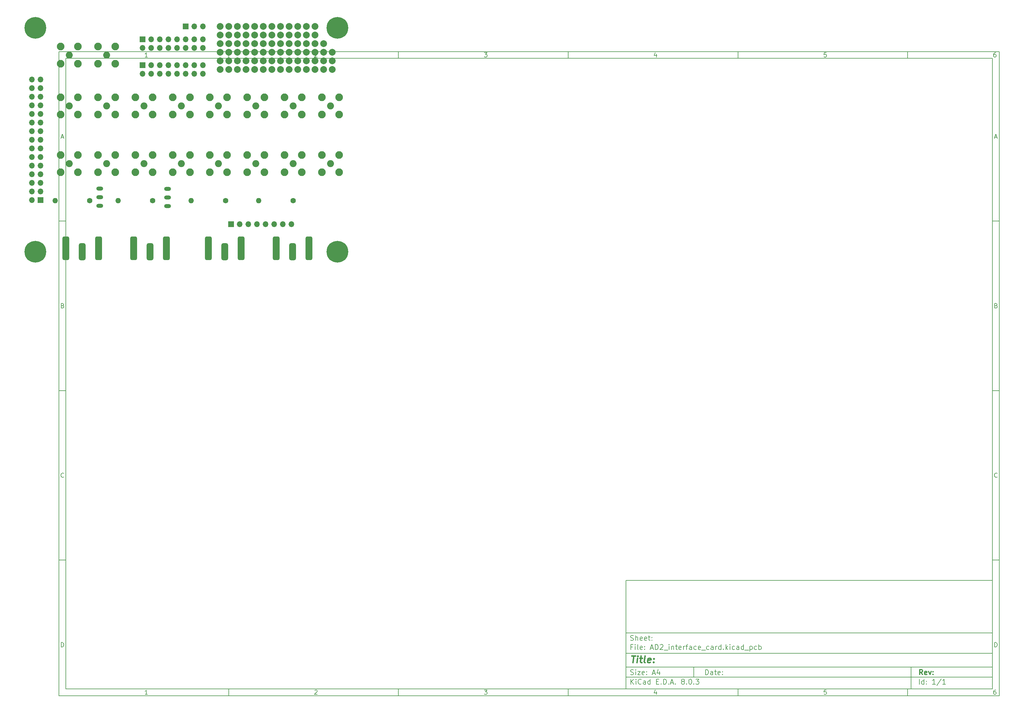
<source format=gbr>
%TF.GenerationSoftware,KiCad,Pcbnew,8.0.3*%
%TF.CreationDate,2024-12-12T12:19:01+09:00*%
%TF.ProjectId,AD2_interface_card,4144325f-696e-4746-9572-666163655f63,rev?*%
%TF.SameCoordinates,Original*%
%TF.FileFunction,Soldermask,Top*%
%TF.FilePolarity,Negative*%
%FSLAX46Y46*%
G04 Gerber Fmt 4.6, Leading zero omitted, Abs format (unit mm)*
G04 Created by KiCad (PCBNEW 8.0.3) date 2024-12-12 12:19:01*
%MOMM*%
%LPD*%
G01*
G04 APERTURE LIST*
G04 Aperture macros list*
%AMRoundRect*
0 Rectangle with rounded corners*
0 $1 Rounding radius*
0 $2 $3 $4 $5 $6 $7 $8 $9 X,Y pos of 4 corners*
0 Add a 4 corners polygon primitive as box body*
4,1,4,$2,$3,$4,$5,$6,$7,$8,$9,$2,$3,0*
0 Add four circle primitives for the rounded corners*
1,1,$1+$1,$2,$3*
1,1,$1+$1,$4,$5*
1,1,$1+$1,$6,$7*
1,1,$1+$1,$8,$9*
0 Add four rect primitives between the rounded corners*
20,1,$1+$1,$2,$3,$4,$5,0*
20,1,$1+$1,$4,$5,$6,$7,0*
20,1,$1+$1,$6,$7,$8,$9,0*
20,1,$1+$1,$8,$9,$2,$3,0*%
G04 Aperture macros list end*
%ADD10C,0.100000*%
%ADD11C,0.150000*%
%ADD12C,0.300000*%
%ADD13C,0.400000*%
%ADD14C,2.050000*%
%ADD15C,2.250000*%
%ADD16C,2.000000*%
%ADD17O,2.000000X1.200000*%
%ADD18RoundRect,0.500000X0.500000X2.000000X-0.500000X2.000000X-0.500000X-2.000000X0.500000X-2.000000X0*%
%ADD19C,0.800000*%
%ADD20RoundRect,0.500000X-0.500000X-3.000000X0.500000X-3.000000X0.500000X3.000000X-0.500000X3.000000X0*%
%ADD21C,6.400000*%
%ADD22R,1.700000X1.700000*%
%ADD23O,1.700000X1.700000*%
%ADD24C,1.600000*%
%ADD25O,1.600000X1.600000*%
G04 APERTURE END LIST*
D10*
D11*
X177002200Y-166007200D02*
X285002200Y-166007200D01*
X285002200Y-198007200D01*
X177002200Y-198007200D01*
X177002200Y-166007200D01*
D10*
D11*
X10000000Y-10000000D02*
X287002200Y-10000000D01*
X287002200Y-200007200D01*
X10000000Y-200007200D01*
X10000000Y-10000000D01*
D10*
D11*
X12000000Y-12000000D02*
X285002200Y-12000000D01*
X285002200Y-198007200D01*
X12000000Y-198007200D01*
X12000000Y-12000000D01*
D10*
D11*
X60000000Y-12000000D02*
X60000000Y-10000000D01*
D10*
D11*
X110000000Y-12000000D02*
X110000000Y-10000000D01*
D10*
D11*
X160000000Y-12000000D02*
X160000000Y-10000000D01*
D10*
D11*
X210000000Y-12000000D02*
X210000000Y-10000000D01*
D10*
D11*
X260000000Y-12000000D02*
X260000000Y-10000000D01*
D10*
D11*
X36089160Y-11593604D02*
X35346303Y-11593604D01*
X35717731Y-11593604D02*
X35717731Y-10293604D01*
X35717731Y-10293604D02*
X35593922Y-10479319D01*
X35593922Y-10479319D02*
X35470112Y-10603128D01*
X35470112Y-10603128D02*
X35346303Y-10665033D01*
D10*
D11*
X85346303Y-10417414D02*
X85408207Y-10355509D01*
X85408207Y-10355509D02*
X85532017Y-10293604D01*
X85532017Y-10293604D02*
X85841541Y-10293604D01*
X85841541Y-10293604D02*
X85965350Y-10355509D01*
X85965350Y-10355509D02*
X86027255Y-10417414D01*
X86027255Y-10417414D02*
X86089160Y-10541223D01*
X86089160Y-10541223D02*
X86089160Y-10665033D01*
X86089160Y-10665033D02*
X86027255Y-10850747D01*
X86027255Y-10850747D02*
X85284398Y-11593604D01*
X85284398Y-11593604D02*
X86089160Y-11593604D01*
D10*
D11*
X135284398Y-10293604D02*
X136089160Y-10293604D01*
X136089160Y-10293604D02*
X135655826Y-10788842D01*
X135655826Y-10788842D02*
X135841541Y-10788842D01*
X135841541Y-10788842D02*
X135965350Y-10850747D01*
X135965350Y-10850747D02*
X136027255Y-10912652D01*
X136027255Y-10912652D02*
X136089160Y-11036461D01*
X136089160Y-11036461D02*
X136089160Y-11345985D01*
X136089160Y-11345985D02*
X136027255Y-11469795D01*
X136027255Y-11469795D02*
X135965350Y-11531700D01*
X135965350Y-11531700D02*
X135841541Y-11593604D01*
X135841541Y-11593604D02*
X135470112Y-11593604D01*
X135470112Y-11593604D02*
X135346303Y-11531700D01*
X135346303Y-11531700D02*
X135284398Y-11469795D01*
D10*
D11*
X185965350Y-10726938D02*
X185965350Y-11593604D01*
X185655826Y-10231700D02*
X185346303Y-11160271D01*
X185346303Y-11160271D02*
X186151064Y-11160271D01*
D10*
D11*
X236027255Y-10293604D02*
X235408207Y-10293604D01*
X235408207Y-10293604D02*
X235346303Y-10912652D01*
X235346303Y-10912652D02*
X235408207Y-10850747D01*
X235408207Y-10850747D02*
X235532017Y-10788842D01*
X235532017Y-10788842D02*
X235841541Y-10788842D01*
X235841541Y-10788842D02*
X235965350Y-10850747D01*
X235965350Y-10850747D02*
X236027255Y-10912652D01*
X236027255Y-10912652D02*
X236089160Y-11036461D01*
X236089160Y-11036461D02*
X236089160Y-11345985D01*
X236089160Y-11345985D02*
X236027255Y-11469795D01*
X236027255Y-11469795D02*
X235965350Y-11531700D01*
X235965350Y-11531700D02*
X235841541Y-11593604D01*
X235841541Y-11593604D02*
X235532017Y-11593604D01*
X235532017Y-11593604D02*
X235408207Y-11531700D01*
X235408207Y-11531700D02*
X235346303Y-11469795D01*
D10*
D11*
X285965350Y-10293604D02*
X285717731Y-10293604D01*
X285717731Y-10293604D02*
X285593922Y-10355509D01*
X285593922Y-10355509D02*
X285532017Y-10417414D01*
X285532017Y-10417414D02*
X285408207Y-10603128D01*
X285408207Y-10603128D02*
X285346303Y-10850747D01*
X285346303Y-10850747D02*
X285346303Y-11345985D01*
X285346303Y-11345985D02*
X285408207Y-11469795D01*
X285408207Y-11469795D02*
X285470112Y-11531700D01*
X285470112Y-11531700D02*
X285593922Y-11593604D01*
X285593922Y-11593604D02*
X285841541Y-11593604D01*
X285841541Y-11593604D02*
X285965350Y-11531700D01*
X285965350Y-11531700D02*
X286027255Y-11469795D01*
X286027255Y-11469795D02*
X286089160Y-11345985D01*
X286089160Y-11345985D02*
X286089160Y-11036461D01*
X286089160Y-11036461D02*
X286027255Y-10912652D01*
X286027255Y-10912652D02*
X285965350Y-10850747D01*
X285965350Y-10850747D02*
X285841541Y-10788842D01*
X285841541Y-10788842D02*
X285593922Y-10788842D01*
X285593922Y-10788842D02*
X285470112Y-10850747D01*
X285470112Y-10850747D02*
X285408207Y-10912652D01*
X285408207Y-10912652D02*
X285346303Y-11036461D01*
D10*
D11*
X60000000Y-198007200D02*
X60000000Y-200007200D01*
D10*
D11*
X110000000Y-198007200D02*
X110000000Y-200007200D01*
D10*
D11*
X160000000Y-198007200D02*
X160000000Y-200007200D01*
D10*
D11*
X210000000Y-198007200D02*
X210000000Y-200007200D01*
D10*
D11*
X260000000Y-198007200D02*
X260000000Y-200007200D01*
D10*
D11*
X36089160Y-199600804D02*
X35346303Y-199600804D01*
X35717731Y-199600804D02*
X35717731Y-198300804D01*
X35717731Y-198300804D02*
X35593922Y-198486519D01*
X35593922Y-198486519D02*
X35470112Y-198610328D01*
X35470112Y-198610328D02*
X35346303Y-198672233D01*
D10*
D11*
X85346303Y-198424614D02*
X85408207Y-198362709D01*
X85408207Y-198362709D02*
X85532017Y-198300804D01*
X85532017Y-198300804D02*
X85841541Y-198300804D01*
X85841541Y-198300804D02*
X85965350Y-198362709D01*
X85965350Y-198362709D02*
X86027255Y-198424614D01*
X86027255Y-198424614D02*
X86089160Y-198548423D01*
X86089160Y-198548423D02*
X86089160Y-198672233D01*
X86089160Y-198672233D02*
X86027255Y-198857947D01*
X86027255Y-198857947D02*
X85284398Y-199600804D01*
X85284398Y-199600804D02*
X86089160Y-199600804D01*
D10*
D11*
X135284398Y-198300804D02*
X136089160Y-198300804D01*
X136089160Y-198300804D02*
X135655826Y-198796042D01*
X135655826Y-198796042D02*
X135841541Y-198796042D01*
X135841541Y-198796042D02*
X135965350Y-198857947D01*
X135965350Y-198857947D02*
X136027255Y-198919852D01*
X136027255Y-198919852D02*
X136089160Y-199043661D01*
X136089160Y-199043661D02*
X136089160Y-199353185D01*
X136089160Y-199353185D02*
X136027255Y-199476995D01*
X136027255Y-199476995D02*
X135965350Y-199538900D01*
X135965350Y-199538900D02*
X135841541Y-199600804D01*
X135841541Y-199600804D02*
X135470112Y-199600804D01*
X135470112Y-199600804D02*
X135346303Y-199538900D01*
X135346303Y-199538900D02*
X135284398Y-199476995D01*
D10*
D11*
X185965350Y-198734138D02*
X185965350Y-199600804D01*
X185655826Y-198238900D02*
X185346303Y-199167471D01*
X185346303Y-199167471D02*
X186151064Y-199167471D01*
D10*
D11*
X236027255Y-198300804D02*
X235408207Y-198300804D01*
X235408207Y-198300804D02*
X235346303Y-198919852D01*
X235346303Y-198919852D02*
X235408207Y-198857947D01*
X235408207Y-198857947D02*
X235532017Y-198796042D01*
X235532017Y-198796042D02*
X235841541Y-198796042D01*
X235841541Y-198796042D02*
X235965350Y-198857947D01*
X235965350Y-198857947D02*
X236027255Y-198919852D01*
X236027255Y-198919852D02*
X236089160Y-199043661D01*
X236089160Y-199043661D02*
X236089160Y-199353185D01*
X236089160Y-199353185D02*
X236027255Y-199476995D01*
X236027255Y-199476995D02*
X235965350Y-199538900D01*
X235965350Y-199538900D02*
X235841541Y-199600804D01*
X235841541Y-199600804D02*
X235532017Y-199600804D01*
X235532017Y-199600804D02*
X235408207Y-199538900D01*
X235408207Y-199538900D02*
X235346303Y-199476995D01*
D10*
D11*
X285965350Y-198300804D02*
X285717731Y-198300804D01*
X285717731Y-198300804D02*
X285593922Y-198362709D01*
X285593922Y-198362709D02*
X285532017Y-198424614D01*
X285532017Y-198424614D02*
X285408207Y-198610328D01*
X285408207Y-198610328D02*
X285346303Y-198857947D01*
X285346303Y-198857947D02*
X285346303Y-199353185D01*
X285346303Y-199353185D02*
X285408207Y-199476995D01*
X285408207Y-199476995D02*
X285470112Y-199538900D01*
X285470112Y-199538900D02*
X285593922Y-199600804D01*
X285593922Y-199600804D02*
X285841541Y-199600804D01*
X285841541Y-199600804D02*
X285965350Y-199538900D01*
X285965350Y-199538900D02*
X286027255Y-199476995D01*
X286027255Y-199476995D02*
X286089160Y-199353185D01*
X286089160Y-199353185D02*
X286089160Y-199043661D01*
X286089160Y-199043661D02*
X286027255Y-198919852D01*
X286027255Y-198919852D02*
X285965350Y-198857947D01*
X285965350Y-198857947D02*
X285841541Y-198796042D01*
X285841541Y-198796042D02*
X285593922Y-198796042D01*
X285593922Y-198796042D02*
X285470112Y-198857947D01*
X285470112Y-198857947D02*
X285408207Y-198919852D01*
X285408207Y-198919852D02*
X285346303Y-199043661D01*
D10*
D11*
X10000000Y-60000000D02*
X12000000Y-60000000D01*
D10*
D11*
X10000000Y-110000000D02*
X12000000Y-110000000D01*
D10*
D11*
X10000000Y-160000000D02*
X12000000Y-160000000D01*
D10*
D11*
X10690476Y-35222176D02*
X11309523Y-35222176D01*
X10566666Y-35593604D02*
X10999999Y-34293604D01*
X10999999Y-34293604D02*
X11433333Y-35593604D01*
D10*
D11*
X11092857Y-84912652D02*
X11278571Y-84974557D01*
X11278571Y-84974557D02*
X11340476Y-85036461D01*
X11340476Y-85036461D02*
X11402380Y-85160271D01*
X11402380Y-85160271D02*
X11402380Y-85345985D01*
X11402380Y-85345985D02*
X11340476Y-85469795D01*
X11340476Y-85469795D02*
X11278571Y-85531700D01*
X11278571Y-85531700D02*
X11154761Y-85593604D01*
X11154761Y-85593604D02*
X10659523Y-85593604D01*
X10659523Y-85593604D02*
X10659523Y-84293604D01*
X10659523Y-84293604D02*
X11092857Y-84293604D01*
X11092857Y-84293604D02*
X11216666Y-84355509D01*
X11216666Y-84355509D02*
X11278571Y-84417414D01*
X11278571Y-84417414D02*
X11340476Y-84541223D01*
X11340476Y-84541223D02*
X11340476Y-84665033D01*
X11340476Y-84665033D02*
X11278571Y-84788842D01*
X11278571Y-84788842D02*
X11216666Y-84850747D01*
X11216666Y-84850747D02*
X11092857Y-84912652D01*
X11092857Y-84912652D02*
X10659523Y-84912652D01*
D10*
D11*
X11402380Y-135469795D02*
X11340476Y-135531700D01*
X11340476Y-135531700D02*
X11154761Y-135593604D01*
X11154761Y-135593604D02*
X11030952Y-135593604D01*
X11030952Y-135593604D02*
X10845238Y-135531700D01*
X10845238Y-135531700D02*
X10721428Y-135407890D01*
X10721428Y-135407890D02*
X10659523Y-135284080D01*
X10659523Y-135284080D02*
X10597619Y-135036461D01*
X10597619Y-135036461D02*
X10597619Y-134850747D01*
X10597619Y-134850747D02*
X10659523Y-134603128D01*
X10659523Y-134603128D02*
X10721428Y-134479319D01*
X10721428Y-134479319D02*
X10845238Y-134355509D01*
X10845238Y-134355509D02*
X11030952Y-134293604D01*
X11030952Y-134293604D02*
X11154761Y-134293604D01*
X11154761Y-134293604D02*
X11340476Y-134355509D01*
X11340476Y-134355509D02*
X11402380Y-134417414D01*
D10*
D11*
X10659523Y-185593604D02*
X10659523Y-184293604D01*
X10659523Y-184293604D02*
X10969047Y-184293604D01*
X10969047Y-184293604D02*
X11154761Y-184355509D01*
X11154761Y-184355509D02*
X11278571Y-184479319D01*
X11278571Y-184479319D02*
X11340476Y-184603128D01*
X11340476Y-184603128D02*
X11402380Y-184850747D01*
X11402380Y-184850747D02*
X11402380Y-185036461D01*
X11402380Y-185036461D02*
X11340476Y-185284080D01*
X11340476Y-185284080D02*
X11278571Y-185407890D01*
X11278571Y-185407890D02*
X11154761Y-185531700D01*
X11154761Y-185531700D02*
X10969047Y-185593604D01*
X10969047Y-185593604D02*
X10659523Y-185593604D01*
D10*
D11*
X287002200Y-60000000D02*
X285002200Y-60000000D01*
D10*
D11*
X287002200Y-110000000D02*
X285002200Y-110000000D01*
D10*
D11*
X287002200Y-160000000D02*
X285002200Y-160000000D01*
D10*
D11*
X285692676Y-35222176D02*
X286311723Y-35222176D01*
X285568866Y-35593604D02*
X286002199Y-34293604D01*
X286002199Y-34293604D02*
X286435533Y-35593604D01*
D10*
D11*
X286095057Y-84912652D02*
X286280771Y-84974557D01*
X286280771Y-84974557D02*
X286342676Y-85036461D01*
X286342676Y-85036461D02*
X286404580Y-85160271D01*
X286404580Y-85160271D02*
X286404580Y-85345985D01*
X286404580Y-85345985D02*
X286342676Y-85469795D01*
X286342676Y-85469795D02*
X286280771Y-85531700D01*
X286280771Y-85531700D02*
X286156961Y-85593604D01*
X286156961Y-85593604D02*
X285661723Y-85593604D01*
X285661723Y-85593604D02*
X285661723Y-84293604D01*
X285661723Y-84293604D02*
X286095057Y-84293604D01*
X286095057Y-84293604D02*
X286218866Y-84355509D01*
X286218866Y-84355509D02*
X286280771Y-84417414D01*
X286280771Y-84417414D02*
X286342676Y-84541223D01*
X286342676Y-84541223D02*
X286342676Y-84665033D01*
X286342676Y-84665033D02*
X286280771Y-84788842D01*
X286280771Y-84788842D02*
X286218866Y-84850747D01*
X286218866Y-84850747D02*
X286095057Y-84912652D01*
X286095057Y-84912652D02*
X285661723Y-84912652D01*
D10*
D11*
X286404580Y-135469795D02*
X286342676Y-135531700D01*
X286342676Y-135531700D02*
X286156961Y-135593604D01*
X286156961Y-135593604D02*
X286033152Y-135593604D01*
X286033152Y-135593604D02*
X285847438Y-135531700D01*
X285847438Y-135531700D02*
X285723628Y-135407890D01*
X285723628Y-135407890D02*
X285661723Y-135284080D01*
X285661723Y-135284080D02*
X285599819Y-135036461D01*
X285599819Y-135036461D02*
X285599819Y-134850747D01*
X285599819Y-134850747D02*
X285661723Y-134603128D01*
X285661723Y-134603128D02*
X285723628Y-134479319D01*
X285723628Y-134479319D02*
X285847438Y-134355509D01*
X285847438Y-134355509D02*
X286033152Y-134293604D01*
X286033152Y-134293604D02*
X286156961Y-134293604D01*
X286156961Y-134293604D02*
X286342676Y-134355509D01*
X286342676Y-134355509D02*
X286404580Y-134417414D01*
D10*
D11*
X285661723Y-185593604D02*
X285661723Y-184293604D01*
X285661723Y-184293604D02*
X285971247Y-184293604D01*
X285971247Y-184293604D02*
X286156961Y-184355509D01*
X286156961Y-184355509D02*
X286280771Y-184479319D01*
X286280771Y-184479319D02*
X286342676Y-184603128D01*
X286342676Y-184603128D02*
X286404580Y-184850747D01*
X286404580Y-184850747D02*
X286404580Y-185036461D01*
X286404580Y-185036461D02*
X286342676Y-185284080D01*
X286342676Y-185284080D02*
X286280771Y-185407890D01*
X286280771Y-185407890D02*
X286156961Y-185531700D01*
X286156961Y-185531700D02*
X285971247Y-185593604D01*
X285971247Y-185593604D02*
X285661723Y-185593604D01*
D10*
D11*
X200458026Y-193793328D02*
X200458026Y-192293328D01*
X200458026Y-192293328D02*
X200815169Y-192293328D01*
X200815169Y-192293328D02*
X201029455Y-192364757D01*
X201029455Y-192364757D02*
X201172312Y-192507614D01*
X201172312Y-192507614D02*
X201243741Y-192650471D01*
X201243741Y-192650471D02*
X201315169Y-192936185D01*
X201315169Y-192936185D02*
X201315169Y-193150471D01*
X201315169Y-193150471D02*
X201243741Y-193436185D01*
X201243741Y-193436185D02*
X201172312Y-193579042D01*
X201172312Y-193579042D02*
X201029455Y-193721900D01*
X201029455Y-193721900D02*
X200815169Y-193793328D01*
X200815169Y-193793328D02*
X200458026Y-193793328D01*
X202600884Y-193793328D02*
X202600884Y-193007614D01*
X202600884Y-193007614D02*
X202529455Y-192864757D01*
X202529455Y-192864757D02*
X202386598Y-192793328D01*
X202386598Y-192793328D02*
X202100884Y-192793328D01*
X202100884Y-192793328D02*
X201958026Y-192864757D01*
X202600884Y-193721900D02*
X202458026Y-193793328D01*
X202458026Y-193793328D02*
X202100884Y-193793328D01*
X202100884Y-193793328D02*
X201958026Y-193721900D01*
X201958026Y-193721900D02*
X201886598Y-193579042D01*
X201886598Y-193579042D02*
X201886598Y-193436185D01*
X201886598Y-193436185D02*
X201958026Y-193293328D01*
X201958026Y-193293328D02*
X202100884Y-193221900D01*
X202100884Y-193221900D02*
X202458026Y-193221900D01*
X202458026Y-193221900D02*
X202600884Y-193150471D01*
X203100884Y-192793328D02*
X203672312Y-192793328D01*
X203315169Y-192293328D02*
X203315169Y-193579042D01*
X203315169Y-193579042D02*
X203386598Y-193721900D01*
X203386598Y-193721900D02*
X203529455Y-193793328D01*
X203529455Y-193793328D02*
X203672312Y-193793328D01*
X204743741Y-193721900D02*
X204600884Y-193793328D01*
X204600884Y-193793328D02*
X204315170Y-193793328D01*
X204315170Y-193793328D02*
X204172312Y-193721900D01*
X204172312Y-193721900D02*
X204100884Y-193579042D01*
X204100884Y-193579042D02*
X204100884Y-193007614D01*
X204100884Y-193007614D02*
X204172312Y-192864757D01*
X204172312Y-192864757D02*
X204315170Y-192793328D01*
X204315170Y-192793328D02*
X204600884Y-192793328D01*
X204600884Y-192793328D02*
X204743741Y-192864757D01*
X204743741Y-192864757D02*
X204815170Y-193007614D01*
X204815170Y-193007614D02*
X204815170Y-193150471D01*
X204815170Y-193150471D02*
X204100884Y-193293328D01*
X205458026Y-193650471D02*
X205529455Y-193721900D01*
X205529455Y-193721900D02*
X205458026Y-193793328D01*
X205458026Y-193793328D02*
X205386598Y-193721900D01*
X205386598Y-193721900D02*
X205458026Y-193650471D01*
X205458026Y-193650471D02*
X205458026Y-193793328D01*
X205458026Y-192864757D02*
X205529455Y-192936185D01*
X205529455Y-192936185D02*
X205458026Y-193007614D01*
X205458026Y-193007614D02*
X205386598Y-192936185D01*
X205386598Y-192936185D02*
X205458026Y-192864757D01*
X205458026Y-192864757D02*
X205458026Y-193007614D01*
D10*
D11*
X177002200Y-194507200D02*
X285002200Y-194507200D01*
D10*
D11*
X178458026Y-196593328D02*
X178458026Y-195093328D01*
X179315169Y-196593328D02*
X178672312Y-195736185D01*
X179315169Y-195093328D02*
X178458026Y-195950471D01*
X179958026Y-196593328D02*
X179958026Y-195593328D01*
X179958026Y-195093328D02*
X179886598Y-195164757D01*
X179886598Y-195164757D02*
X179958026Y-195236185D01*
X179958026Y-195236185D02*
X180029455Y-195164757D01*
X180029455Y-195164757D02*
X179958026Y-195093328D01*
X179958026Y-195093328D02*
X179958026Y-195236185D01*
X181529455Y-196450471D02*
X181458027Y-196521900D01*
X181458027Y-196521900D02*
X181243741Y-196593328D01*
X181243741Y-196593328D02*
X181100884Y-196593328D01*
X181100884Y-196593328D02*
X180886598Y-196521900D01*
X180886598Y-196521900D02*
X180743741Y-196379042D01*
X180743741Y-196379042D02*
X180672312Y-196236185D01*
X180672312Y-196236185D02*
X180600884Y-195950471D01*
X180600884Y-195950471D02*
X180600884Y-195736185D01*
X180600884Y-195736185D02*
X180672312Y-195450471D01*
X180672312Y-195450471D02*
X180743741Y-195307614D01*
X180743741Y-195307614D02*
X180886598Y-195164757D01*
X180886598Y-195164757D02*
X181100884Y-195093328D01*
X181100884Y-195093328D02*
X181243741Y-195093328D01*
X181243741Y-195093328D02*
X181458027Y-195164757D01*
X181458027Y-195164757D02*
X181529455Y-195236185D01*
X182815170Y-196593328D02*
X182815170Y-195807614D01*
X182815170Y-195807614D02*
X182743741Y-195664757D01*
X182743741Y-195664757D02*
X182600884Y-195593328D01*
X182600884Y-195593328D02*
X182315170Y-195593328D01*
X182315170Y-195593328D02*
X182172312Y-195664757D01*
X182815170Y-196521900D02*
X182672312Y-196593328D01*
X182672312Y-196593328D02*
X182315170Y-196593328D01*
X182315170Y-196593328D02*
X182172312Y-196521900D01*
X182172312Y-196521900D02*
X182100884Y-196379042D01*
X182100884Y-196379042D02*
X182100884Y-196236185D01*
X182100884Y-196236185D02*
X182172312Y-196093328D01*
X182172312Y-196093328D02*
X182315170Y-196021900D01*
X182315170Y-196021900D02*
X182672312Y-196021900D01*
X182672312Y-196021900D02*
X182815170Y-195950471D01*
X184172313Y-196593328D02*
X184172313Y-195093328D01*
X184172313Y-196521900D02*
X184029455Y-196593328D01*
X184029455Y-196593328D02*
X183743741Y-196593328D01*
X183743741Y-196593328D02*
X183600884Y-196521900D01*
X183600884Y-196521900D02*
X183529455Y-196450471D01*
X183529455Y-196450471D02*
X183458027Y-196307614D01*
X183458027Y-196307614D02*
X183458027Y-195879042D01*
X183458027Y-195879042D02*
X183529455Y-195736185D01*
X183529455Y-195736185D02*
X183600884Y-195664757D01*
X183600884Y-195664757D02*
X183743741Y-195593328D01*
X183743741Y-195593328D02*
X184029455Y-195593328D01*
X184029455Y-195593328D02*
X184172313Y-195664757D01*
X186029455Y-195807614D02*
X186529455Y-195807614D01*
X186743741Y-196593328D02*
X186029455Y-196593328D01*
X186029455Y-196593328D02*
X186029455Y-195093328D01*
X186029455Y-195093328D02*
X186743741Y-195093328D01*
X187386598Y-196450471D02*
X187458027Y-196521900D01*
X187458027Y-196521900D02*
X187386598Y-196593328D01*
X187386598Y-196593328D02*
X187315170Y-196521900D01*
X187315170Y-196521900D02*
X187386598Y-196450471D01*
X187386598Y-196450471D02*
X187386598Y-196593328D01*
X188100884Y-196593328D02*
X188100884Y-195093328D01*
X188100884Y-195093328D02*
X188458027Y-195093328D01*
X188458027Y-195093328D02*
X188672313Y-195164757D01*
X188672313Y-195164757D02*
X188815170Y-195307614D01*
X188815170Y-195307614D02*
X188886599Y-195450471D01*
X188886599Y-195450471D02*
X188958027Y-195736185D01*
X188958027Y-195736185D02*
X188958027Y-195950471D01*
X188958027Y-195950471D02*
X188886599Y-196236185D01*
X188886599Y-196236185D02*
X188815170Y-196379042D01*
X188815170Y-196379042D02*
X188672313Y-196521900D01*
X188672313Y-196521900D02*
X188458027Y-196593328D01*
X188458027Y-196593328D02*
X188100884Y-196593328D01*
X189600884Y-196450471D02*
X189672313Y-196521900D01*
X189672313Y-196521900D02*
X189600884Y-196593328D01*
X189600884Y-196593328D02*
X189529456Y-196521900D01*
X189529456Y-196521900D02*
X189600884Y-196450471D01*
X189600884Y-196450471D02*
X189600884Y-196593328D01*
X190243742Y-196164757D02*
X190958028Y-196164757D01*
X190100885Y-196593328D02*
X190600885Y-195093328D01*
X190600885Y-195093328D02*
X191100885Y-196593328D01*
X191600884Y-196450471D02*
X191672313Y-196521900D01*
X191672313Y-196521900D02*
X191600884Y-196593328D01*
X191600884Y-196593328D02*
X191529456Y-196521900D01*
X191529456Y-196521900D02*
X191600884Y-196450471D01*
X191600884Y-196450471D02*
X191600884Y-196593328D01*
X193672313Y-195736185D02*
X193529456Y-195664757D01*
X193529456Y-195664757D02*
X193458027Y-195593328D01*
X193458027Y-195593328D02*
X193386599Y-195450471D01*
X193386599Y-195450471D02*
X193386599Y-195379042D01*
X193386599Y-195379042D02*
X193458027Y-195236185D01*
X193458027Y-195236185D02*
X193529456Y-195164757D01*
X193529456Y-195164757D02*
X193672313Y-195093328D01*
X193672313Y-195093328D02*
X193958027Y-195093328D01*
X193958027Y-195093328D02*
X194100885Y-195164757D01*
X194100885Y-195164757D02*
X194172313Y-195236185D01*
X194172313Y-195236185D02*
X194243742Y-195379042D01*
X194243742Y-195379042D02*
X194243742Y-195450471D01*
X194243742Y-195450471D02*
X194172313Y-195593328D01*
X194172313Y-195593328D02*
X194100885Y-195664757D01*
X194100885Y-195664757D02*
X193958027Y-195736185D01*
X193958027Y-195736185D02*
X193672313Y-195736185D01*
X193672313Y-195736185D02*
X193529456Y-195807614D01*
X193529456Y-195807614D02*
X193458027Y-195879042D01*
X193458027Y-195879042D02*
X193386599Y-196021900D01*
X193386599Y-196021900D02*
X193386599Y-196307614D01*
X193386599Y-196307614D02*
X193458027Y-196450471D01*
X193458027Y-196450471D02*
X193529456Y-196521900D01*
X193529456Y-196521900D02*
X193672313Y-196593328D01*
X193672313Y-196593328D02*
X193958027Y-196593328D01*
X193958027Y-196593328D02*
X194100885Y-196521900D01*
X194100885Y-196521900D02*
X194172313Y-196450471D01*
X194172313Y-196450471D02*
X194243742Y-196307614D01*
X194243742Y-196307614D02*
X194243742Y-196021900D01*
X194243742Y-196021900D02*
X194172313Y-195879042D01*
X194172313Y-195879042D02*
X194100885Y-195807614D01*
X194100885Y-195807614D02*
X193958027Y-195736185D01*
X194886598Y-196450471D02*
X194958027Y-196521900D01*
X194958027Y-196521900D02*
X194886598Y-196593328D01*
X194886598Y-196593328D02*
X194815170Y-196521900D01*
X194815170Y-196521900D02*
X194886598Y-196450471D01*
X194886598Y-196450471D02*
X194886598Y-196593328D01*
X195886599Y-195093328D02*
X196029456Y-195093328D01*
X196029456Y-195093328D02*
X196172313Y-195164757D01*
X196172313Y-195164757D02*
X196243742Y-195236185D01*
X196243742Y-195236185D02*
X196315170Y-195379042D01*
X196315170Y-195379042D02*
X196386599Y-195664757D01*
X196386599Y-195664757D02*
X196386599Y-196021900D01*
X196386599Y-196021900D02*
X196315170Y-196307614D01*
X196315170Y-196307614D02*
X196243742Y-196450471D01*
X196243742Y-196450471D02*
X196172313Y-196521900D01*
X196172313Y-196521900D02*
X196029456Y-196593328D01*
X196029456Y-196593328D02*
X195886599Y-196593328D01*
X195886599Y-196593328D02*
X195743742Y-196521900D01*
X195743742Y-196521900D02*
X195672313Y-196450471D01*
X195672313Y-196450471D02*
X195600884Y-196307614D01*
X195600884Y-196307614D02*
X195529456Y-196021900D01*
X195529456Y-196021900D02*
X195529456Y-195664757D01*
X195529456Y-195664757D02*
X195600884Y-195379042D01*
X195600884Y-195379042D02*
X195672313Y-195236185D01*
X195672313Y-195236185D02*
X195743742Y-195164757D01*
X195743742Y-195164757D02*
X195886599Y-195093328D01*
X197029455Y-196450471D02*
X197100884Y-196521900D01*
X197100884Y-196521900D02*
X197029455Y-196593328D01*
X197029455Y-196593328D02*
X196958027Y-196521900D01*
X196958027Y-196521900D02*
X197029455Y-196450471D01*
X197029455Y-196450471D02*
X197029455Y-196593328D01*
X197600884Y-195093328D02*
X198529456Y-195093328D01*
X198529456Y-195093328D02*
X198029456Y-195664757D01*
X198029456Y-195664757D02*
X198243741Y-195664757D01*
X198243741Y-195664757D02*
X198386599Y-195736185D01*
X198386599Y-195736185D02*
X198458027Y-195807614D01*
X198458027Y-195807614D02*
X198529456Y-195950471D01*
X198529456Y-195950471D02*
X198529456Y-196307614D01*
X198529456Y-196307614D02*
X198458027Y-196450471D01*
X198458027Y-196450471D02*
X198386599Y-196521900D01*
X198386599Y-196521900D02*
X198243741Y-196593328D01*
X198243741Y-196593328D02*
X197815170Y-196593328D01*
X197815170Y-196593328D02*
X197672313Y-196521900D01*
X197672313Y-196521900D02*
X197600884Y-196450471D01*
D10*
D11*
X177002200Y-191507200D02*
X285002200Y-191507200D01*
D10*
D12*
X264413853Y-193785528D02*
X263913853Y-193071242D01*
X263556710Y-193785528D02*
X263556710Y-192285528D01*
X263556710Y-192285528D02*
X264128139Y-192285528D01*
X264128139Y-192285528D02*
X264270996Y-192356957D01*
X264270996Y-192356957D02*
X264342425Y-192428385D01*
X264342425Y-192428385D02*
X264413853Y-192571242D01*
X264413853Y-192571242D02*
X264413853Y-192785528D01*
X264413853Y-192785528D02*
X264342425Y-192928385D01*
X264342425Y-192928385D02*
X264270996Y-192999814D01*
X264270996Y-192999814D02*
X264128139Y-193071242D01*
X264128139Y-193071242D02*
X263556710Y-193071242D01*
X265628139Y-193714100D02*
X265485282Y-193785528D01*
X265485282Y-193785528D02*
X265199568Y-193785528D01*
X265199568Y-193785528D02*
X265056710Y-193714100D01*
X265056710Y-193714100D02*
X264985282Y-193571242D01*
X264985282Y-193571242D02*
X264985282Y-192999814D01*
X264985282Y-192999814D02*
X265056710Y-192856957D01*
X265056710Y-192856957D02*
X265199568Y-192785528D01*
X265199568Y-192785528D02*
X265485282Y-192785528D01*
X265485282Y-192785528D02*
X265628139Y-192856957D01*
X265628139Y-192856957D02*
X265699568Y-192999814D01*
X265699568Y-192999814D02*
X265699568Y-193142671D01*
X265699568Y-193142671D02*
X264985282Y-193285528D01*
X266199567Y-192785528D02*
X266556710Y-193785528D01*
X266556710Y-193785528D02*
X266913853Y-192785528D01*
X267485281Y-193642671D02*
X267556710Y-193714100D01*
X267556710Y-193714100D02*
X267485281Y-193785528D01*
X267485281Y-193785528D02*
X267413853Y-193714100D01*
X267413853Y-193714100D02*
X267485281Y-193642671D01*
X267485281Y-193642671D02*
X267485281Y-193785528D01*
X267485281Y-192856957D02*
X267556710Y-192928385D01*
X267556710Y-192928385D02*
X267485281Y-192999814D01*
X267485281Y-192999814D02*
X267413853Y-192928385D01*
X267413853Y-192928385D02*
X267485281Y-192856957D01*
X267485281Y-192856957D02*
X267485281Y-192999814D01*
D10*
D11*
X178386598Y-193721900D02*
X178600884Y-193793328D01*
X178600884Y-193793328D02*
X178958026Y-193793328D01*
X178958026Y-193793328D02*
X179100884Y-193721900D01*
X179100884Y-193721900D02*
X179172312Y-193650471D01*
X179172312Y-193650471D02*
X179243741Y-193507614D01*
X179243741Y-193507614D02*
X179243741Y-193364757D01*
X179243741Y-193364757D02*
X179172312Y-193221900D01*
X179172312Y-193221900D02*
X179100884Y-193150471D01*
X179100884Y-193150471D02*
X178958026Y-193079042D01*
X178958026Y-193079042D02*
X178672312Y-193007614D01*
X178672312Y-193007614D02*
X178529455Y-192936185D01*
X178529455Y-192936185D02*
X178458026Y-192864757D01*
X178458026Y-192864757D02*
X178386598Y-192721900D01*
X178386598Y-192721900D02*
X178386598Y-192579042D01*
X178386598Y-192579042D02*
X178458026Y-192436185D01*
X178458026Y-192436185D02*
X178529455Y-192364757D01*
X178529455Y-192364757D02*
X178672312Y-192293328D01*
X178672312Y-192293328D02*
X179029455Y-192293328D01*
X179029455Y-192293328D02*
X179243741Y-192364757D01*
X179886597Y-193793328D02*
X179886597Y-192793328D01*
X179886597Y-192293328D02*
X179815169Y-192364757D01*
X179815169Y-192364757D02*
X179886597Y-192436185D01*
X179886597Y-192436185D02*
X179958026Y-192364757D01*
X179958026Y-192364757D02*
X179886597Y-192293328D01*
X179886597Y-192293328D02*
X179886597Y-192436185D01*
X180458026Y-192793328D02*
X181243741Y-192793328D01*
X181243741Y-192793328D02*
X180458026Y-193793328D01*
X180458026Y-193793328D02*
X181243741Y-193793328D01*
X182386598Y-193721900D02*
X182243741Y-193793328D01*
X182243741Y-193793328D02*
X181958027Y-193793328D01*
X181958027Y-193793328D02*
X181815169Y-193721900D01*
X181815169Y-193721900D02*
X181743741Y-193579042D01*
X181743741Y-193579042D02*
X181743741Y-193007614D01*
X181743741Y-193007614D02*
X181815169Y-192864757D01*
X181815169Y-192864757D02*
X181958027Y-192793328D01*
X181958027Y-192793328D02*
X182243741Y-192793328D01*
X182243741Y-192793328D02*
X182386598Y-192864757D01*
X182386598Y-192864757D02*
X182458027Y-193007614D01*
X182458027Y-193007614D02*
X182458027Y-193150471D01*
X182458027Y-193150471D02*
X181743741Y-193293328D01*
X183100883Y-193650471D02*
X183172312Y-193721900D01*
X183172312Y-193721900D02*
X183100883Y-193793328D01*
X183100883Y-193793328D02*
X183029455Y-193721900D01*
X183029455Y-193721900D02*
X183100883Y-193650471D01*
X183100883Y-193650471D02*
X183100883Y-193793328D01*
X183100883Y-192864757D02*
X183172312Y-192936185D01*
X183172312Y-192936185D02*
X183100883Y-193007614D01*
X183100883Y-193007614D02*
X183029455Y-192936185D01*
X183029455Y-192936185D02*
X183100883Y-192864757D01*
X183100883Y-192864757D02*
X183100883Y-193007614D01*
X184886598Y-193364757D02*
X185600884Y-193364757D01*
X184743741Y-193793328D02*
X185243741Y-192293328D01*
X185243741Y-192293328D02*
X185743741Y-193793328D01*
X186886598Y-192793328D02*
X186886598Y-193793328D01*
X186529455Y-192221900D02*
X186172312Y-193293328D01*
X186172312Y-193293328D02*
X187100883Y-193293328D01*
D10*
D11*
X263458026Y-196593328D02*
X263458026Y-195093328D01*
X264815170Y-196593328D02*
X264815170Y-195093328D01*
X264815170Y-196521900D02*
X264672312Y-196593328D01*
X264672312Y-196593328D02*
X264386598Y-196593328D01*
X264386598Y-196593328D02*
X264243741Y-196521900D01*
X264243741Y-196521900D02*
X264172312Y-196450471D01*
X264172312Y-196450471D02*
X264100884Y-196307614D01*
X264100884Y-196307614D02*
X264100884Y-195879042D01*
X264100884Y-195879042D02*
X264172312Y-195736185D01*
X264172312Y-195736185D02*
X264243741Y-195664757D01*
X264243741Y-195664757D02*
X264386598Y-195593328D01*
X264386598Y-195593328D02*
X264672312Y-195593328D01*
X264672312Y-195593328D02*
X264815170Y-195664757D01*
X265529455Y-196450471D02*
X265600884Y-196521900D01*
X265600884Y-196521900D02*
X265529455Y-196593328D01*
X265529455Y-196593328D02*
X265458027Y-196521900D01*
X265458027Y-196521900D02*
X265529455Y-196450471D01*
X265529455Y-196450471D02*
X265529455Y-196593328D01*
X265529455Y-195664757D02*
X265600884Y-195736185D01*
X265600884Y-195736185D02*
X265529455Y-195807614D01*
X265529455Y-195807614D02*
X265458027Y-195736185D01*
X265458027Y-195736185D02*
X265529455Y-195664757D01*
X265529455Y-195664757D02*
X265529455Y-195807614D01*
X268172313Y-196593328D02*
X267315170Y-196593328D01*
X267743741Y-196593328D02*
X267743741Y-195093328D01*
X267743741Y-195093328D02*
X267600884Y-195307614D01*
X267600884Y-195307614D02*
X267458027Y-195450471D01*
X267458027Y-195450471D02*
X267315170Y-195521900D01*
X269886598Y-195021900D02*
X268600884Y-196950471D01*
X271172313Y-196593328D02*
X270315170Y-196593328D01*
X270743741Y-196593328D02*
X270743741Y-195093328D01*
X270743741Y-195093328D02*
X270600884Y-195307614D01*
X270600884Y-195307614D02*
X270458027Y-195450471D01*
X270458027Y-195450471D02*
X270315170Y-195521900D01*
D10*
D11*
X177002200Y-187507200D02*
X285002200Y-187507200D01*
D10*
D13*
X178693928Y-188211638D02*
X179836785Y-188211638D01*
X179015357Y-190211638D02*
X179265357Y-188211638D01*
X180253452Y-190211638D02*
X180420119Y-188878304D01*
X180503452Y-188211638D02*
X180396309Y-188306876D01*
X180396309Y-188306876D02*
X180479643Y-188402114D01*
X180479643Y-188402114D02*
X180586786Y-188306876D01*
X180586786Y-188306876D02*
X180503452Y-188211638D01*
X180503452Y-188211638D02*
X180479643Y-188402114D01*
X181086786Y-188878304D02*
X181848690Y-188878304D01*
X181455833Y-188211638D02*
X181241548Y-189925923D01*
X181241548Y-189925923D02*
X181312976Y-190116400D01*
X181312976Y-190116400D02*
X181491548Y-190211638D01*
X181491548Y-190211638D02*
X181682024Y-190211638D01*
X182634405Y-190211638D02*
X182455833Y-190116400D01*
X182455833Y-190116400D02*
X182384405Y-189925923D01*
X182384405Y-189925923D02*
X182598690Y-188211638D01*
X184170119Y-190116400D02*
X183967738Y-190211638D01*
X183967738Y-190211638D02*
X183586785Y-190211638D01*
X183586785Y-190211638D02*
X183408214Y-190116400D01*
X183408214Y-190116400D02*
X183336785Y-189925923D01*
X183336785Y-189925923D02*
X183432024Y-189164019D01*
X183432024Y-189164019D02*
X183551071Y-188973542D01*
X183551071Y-188973542D02*
X183753452Y-188878304D01*
X183753452Y-188878304D02*
X184134404Y-188878304D01*
X184134404Y-188878304D02*
X184312976Y-188973542D01*
X184312976Y-188973542D02*
X184384404Y-189164019D01*
X184384404Y-189164019D02*
X184360595Y-189354495D01*
X184360595Y-189354495D02*
X183384404Y-189544971D01*
X185134405Y-190021161D02*
X185217738Y-190116400D01*
X185217738Y-190116400D02*
X185110595Y-190211638D01*
X185110595Y-190211638D02*
X185027262Y-190116400D01*
X185027262Y-190116400D02*
X185134405Y-190021161D01*
X185134405Y-190021161D02*
X185110595Y-190211638D01*
X185265357Y-188973542D02*
X185348690Y-189068780D01*
X185348690Y-189068780D02*
X185241548Y-189164019D01*
X185241548Y-189164019D02*
X185158214Y-189068780D01*
X185158214Y-189068780D02*
X185265357Y-188973542D01*
X185265357Y-188973542D02*
X185241548Y-189164019D01*
D10*
D11*
X178958026Y-185607614D02*
X178458026Y-185607614D01*
X178458026Y-186393328D02*
X178458026Y-184893328D01*
X178458026Y-184893328D02*
X179172312Y-184893328D01*
X179743740Y-186393328D02*
X179743740Y-185393328D01*
X179743740Y-184893328D02*
X179672312Y-184964757D01*
X179672312Y-184964757D02*
X179743740Y-185036185D01*
X179743740Y-185036185D02*
X179815169Y-184964757D01*
X179815169Y-184964757D02*
X179743740Y-184893328D01*
X179743740Y-184893328D02*
X179743740Y-185036185D01*
X180672312Y-186393328D02*
X180529455Y-186321900D01*
X180529455Y-186321900D02*
X180458026Y-186179042D01*
X180458026Y-186179042D02*
X180458026Y-184893328D01*
X181815169Y-186321900D02*
X181672312Y-186393328D01*
X181672312Y-186393328D02*
X181386598Y-186393328D01*
X181386598Y-186393328D02*
X181243740Y-186321900D01*
X181243740Y-186321900D02*
X181172312Y-186179042D01*
X181172312Y-186179042D02*
X181172312Y-185607614D01*
X181172312Y-185607614D02*
X181243740Y-185464757D01*
X181243740Y-185464757D02*
X181386598Y-185393328D01*
X181386598Y-185393328D02*
X181672312Y-185393328D01*
X181672312Y-185393328D02*
X181815169Y-185464757D01*
X181815169Y-185464757D02*
X181886598Y-185607614D01*
X181886598Y-185607614D02*
X181886598Y-185750471D01*
X181886598Y-185750471D02*
X181172312Y-185893328D01*
X182529454Y-186250471D02*
X182600883Y-186321900D01*
X182600883Y-186321900D02*
X182529454Y-186393328D01*
X182529454Y-186393328D02*
X182458026Y-186321900D01*
X182458026Y-186321900D02*
X182529454Y-186250471D01*
X182529454Y-186250471D02*
X182529454Y-186393328D01*
X182529454Y-185464757D02*
X182600883Y-185536185D01*
X182600883Y-185536185D02*
X182529454Y-185607614D01*
X182529454Y-185607614D02*
X182458026Y-185536185D01*
X182458026Y-185536185D02*
X182529454Y-185464757D01*
X182529454Y-185464757D02*
X182529454Y-185607614D01*
X184315169Y-185964757D02*
X185029455Y-185964757D01*
X184172312Y-186393328D02*
X184672312Y-184893328D01*
X184672312Y-184893328D02*
X185172312Y-186393328D01*
X185672311Y-186393328D02*
X185672311Y-184893328D01*
X185672311Y-184893328D02*
X186029454Y-184893328D01*
X186029454Y-184893328D02*
X186243740Y-184964757D01*
X186243740Y-184964757D02*
X186386597Y-185107614D01*
X186386597Y-185107614D02*
X186458026Y-185250471D01*
X186458026Y-185250471D02*
X186529454Y-185536185D01*
X186529454Y-185536185D02*
X186529454Y-185750471D01*
X186529454Y-185750471D02*
X186458026Y-186036185D01*
X186458026Y-186036185D02*
X186386597Y-186179042D01*
X186386597Y-186179042D02*
X186243740Y-186321900D01*
X186243740Y-186321900D02*
X186029454Y-186393328D01*
X186029454Y-186393328D02*
X185672311Y-186393328D01*
X187100883Y-185036185D02*
X187172311Y-184964757D01*
X187172311Y-184964757D02*
X187315169Y-184893328D01*
X187315169Y-184893328D02*
X187672311Y-184893328D01*
X187672311Y-184893328D02*
X187815169Y-184964757D01*
X187815169Y-184964757D02*
X187886597Y-185036185D01*
X187886597Y-185036185D02*
X187958026Y-185179042D01*
X187958026Y-185179042D02*
X187958026Y-185321900D01*
X187958026Y-185321900D02*
X187886597Y-185536185D01*
X187886597Y-185536185D02*
X187029454Y-186393328D01*
X187029454Y-186393328D02*
X187958026Y-186393328D01*
X188243740Y-186536185D02*
X189386597Y-186536185D01*
X189743739Y-186393328D02*
X189743739Y-185393328D01*
X189743739Y-184893328D02*
X189672311Y-184964757D01*
X189672311Y-184964757D02*
X189743739Y-185036185D01*
X189743739Y-185036185D02*
X189815168Y-184964757D01*
X189815168Y-184964757D02*
X189743739Y-184893328D01*
X189743739Y-184893328D02*
X189743739Y-185036185D01*
X190458025Y-185393328D02*
X190458025Y-186393328D01*
X190458025Y-185536185D02*
X190529454Y-185464757D01*
X190529454Y-185464757D02*
X190672311Y-185393328D01*
X190672311Y-185393328D02*
X190886597Y-185393328D01*
X190886597Y-185393328D02*
X191029454Y-185464757D01*
X191029454Y-185464757D02*
X191100883Y-185607614D01*
X191100883Y-185607614D02*
X191100883Y-186393328D01*
X191600883Y-185393328D02*
X192172311Y-185393328D01*
X191815168Y-184893328D02*
X191815168Y-186179042D01*
X191815168Y-186179042D02*
X191886597Y-186321900D01*
X191886597Y-186321900D02*
X192029454Y-186393328D01*
X192029454Y-186393328D02*
X192172311Y-186393328D01*
X193243740Y-186321900D02*
X193100883Y-186393328D01*
X193100883Y-186393328D02*
X192815169Y-186393328D01*
X192815169Y-186393328D02*
X192672311Y-186321900D01*
X192672311Y-186321900D02*
X192600883Y-186179042D01*
X192600883Y-186179042D02*
X192600883Y-185607614D01*
X192600883Y-185607614D02*
X192672311Y-185464757D01*
X192672311Y-185464757D02*
X192815169Y-185393328D01*
X192815169Y-185393328D02*
X193100883Y-185393328D01*
X193100883Y-185393328D02*
X193243740Y-185464757D01*
X193243740Y-185464757D02*
X193315169Y-185607614D01*
X193315169Y-185607614D02*
X193315169Y-185750471D01*
X193315169Y-185750471D02*
X192600883Y-185893328D01*
X193958025Y-186393328D02*
X193958025Y-185393328D01*
X193958025Y-185679042D02*
X194029454Y-185536185D01*
X194029454Y-185536185D02*
X194100883Y-185464757D01*
X194100883Y-185464757D02*
X194243740Y-185393328D01*
X194243740Y-185393328D02*
X194386597Y-185393328D01*
X194672311Y-185393328D02*
X195243739Y-185393328D01*
X194886596Y-186393328D02*
X194886596Y-185107614D01*
X194886596Y-185107614D02*
X194958025Y-184964757D01*
X194958025Y-184964757D02*
X195100882Y-184893328D01*
X195100882Y-184893328D02*
X195243739Y-184893328D01*
X196386597Y-186393328D02*
X196386597Y-185607614D01*
X196386597Y-185607614D02*
X196315168Y-185464757D01*
X196315168Y-185464757D02*
X196172311Y-185393328D01*
X196172311Y-185393328D02*
X195886597Y-185393328D01*
X195886597Y-185393328D02*
X195743739Y-185464757D01*
X196386597Y-186321900D02*
X196243739Y-186393328D01*
X196243739Y-186393328D02*
X195886597Y-186393328D01*
X195886597Y-186393328D02*
X195743739Y-186321900D01*
X195743739Y-186321900D02*
X195672311Y-186179042D01*
X195672311Y-186179042D02*
X195672311Y-186036185D01*
X195672311Y-186036185D02*
X195743739Y-185893328D01*
X195743739Y-185893328D02*
X195886597Y-185821900D01*
X195886597Y-185821900D02*
X196243739Y-185821900D01*
X196243739Y-185821900D02*
X196386597Y-185750471D01*
X197743740Y-186321900D02*
X197600882Y-186393328D01*
X197600882Y-186393328D02*
X197315168Y-186393328D01*
X197315168Y-186393328D02*
X197172311Y-186321900D01*
X197172311Y-186321900D02*
X197100882Y-186250471D01*
X197100882Y-186250471D02*
X197029454Y-186107614D01*
X197029454Y-186107614D02*
X197029454Y-185679042D01*
X197029454Y-185679042D02*
X197100882Y-185536185D01*
X197100882Y-185536185D02*
X197172311Y-185464757D01*
X197172311Y-185464757D02*
X197315168Y-185393328D01*
X197315168Y-185393328D02*
X197600882Y-185393328D01*
X197600882Y-185393328D02*
X197743740Y-185464757D01*
X198958025Y-186321900D02*
X198815168Y-186393328D01*
X198815168Y-186393328D02*
X198529454Y-186393328D01*
X198529454Y-186393328D02*
X198386596Y-186321900D01*
X198386596Y-186321900D02*
X198315168Y-186179042D01*
X198315168Y-186179042D02*
X198315168Y-185607614D01*
X198315168Y-185607614D02*
X198386596Y-185464757D01*
X198386596Y-185464757D02*
X198529454Y-185393328D01*
X198529454Y-185393328D02*
X198815168Y-185393328D01*
X198815168Y-185393328D02*
X198958025Y-185464757D01*
X198958025Y-185464757D02*
X199029454Y-185607614D01*
X199029454Y-185607614D02*
X199029454Y-185750471D01*
X199029454Y-185750471D02*
X198315168Y-185893328D01*
X199315168Y-186536185D02*
X200458025Y-186536185D01*
X201458025Y-186321900D02*
X201315167Y-186393328D01*
X201315167Y-186393328D02*
X201029453Y-186393328D01*
X201029453Y-186393328D02*
X200886596Y-186321900D01*
X200886596Y-186321900D02*
X200815167Y-186250471D01*
X200815167Y-186250471D02*
X200743739Y-186107614D01*
X200743739Y-186107614D02*
X200743739Y-185679042D01*
X200743739Y-185679042D02*
X200815167Y-185536185D01*
X200815167Y-185536185D02*
X200886596Y-185464757D01*
X200886596Y-185464757D02*
X201029453Y-185393328D01*
X201029453Y-185393328D02*
X201315167Y-185393328D01*
X201315167Y-185393328D02*
X201458025Y-185464757D01*
X202743739Y-186393328D02*
X202743739Y-185607614D01*
X202743739Y-185607614D02*
X202672310Y-185464757D01*
X202672310Y-185464757D02*
X202529453Y-185393328D01*
X202529453Y-185393328D02*
X202243739Y-185393328D01*
X202243739Y-185393328D02*
X202100881Y-185464757D01*
X202743739Y-186321900D02*
X202600881Y-186393328D01*
X202600881Y-186393328D02*
X202243739Y-186393328D01*
X202243739Y-186393328D02*
X202100881Y-186321900D01*
X202100881Y-186321900D02*
X202029453Y-186179042D01*
X202029453Y-186179042D02*
X202029453Y-186036185D01*
X202029453Y-186036185D02*
X202100881Y-185893328D01*
X202100881Y-185893328D02*
X202243739Y-185821900D01*
X202243739Y-185821900D02*
X202600881Y-185821900D01*
X202600881Y-185821900D02*
X202743739Y-185750471D01*
X203458024Y-186393328D02*
X203458024Y-185393328D01*
X203458024Y-185679042D02*
X203529453Y-185536185D01*
X203529453Y-185536185D02*
X203600882Y-185464757D01*
X203600882Y-185464757D02*
X203743739Y-185393328D01*
X203743739Y-185393328D02*
X203886596Y-185393328D01*
X205029453Y-186393328D02*
X205029453Y-184893328D01*
X205029453Y-186321900D02*
X204886595Y-186393328D01*
X204886595Y-186393328D02*
X204600881Y-186393328D01*
X204600881Y-186393328D02*
X204458024Y-186321900D01*
X204458024Y-186321900D02*
X204386595Y-186250471D01*
X204386595Y-186250471D02*
X204315167Y-186107614D01*
X204315167Y-186107614D02*
X204315167Y-185679042D01*
X204315167Y-185679042D02*
X204386595Y-185536185D01*
X204386595Y-185536185D02*
X204458024Y-185464757D01*
X204458024Y-185464757D02*
X204600881Y-185393328D01*
X204600881Y-185393328D02*
X204886595Y-185393328D01*
X204886595Y-185393328D02*
X205029453Y-185464757D01*
X205743738Y-186250471D02*
X205815167Y-186321900D01*
X205815167Y-186321900D02*
X205743738Y-186393328D01*
X205743738Y-186393328D02*
X205672310Y-186321900D01*
X205672310Y-186321900D02*
X205743738Y-186250471D01*
X205743738Y-186250471D02*
X205743738Y-186393328D01*
X206458024Y-186393328D02*
X206458024Y-184893328D01*
X206600882Y-185821900D02*
X207029453Y-186393328D01*
X207029453Y-185393328D02*
X206458024Y-185964757D01*
X207672310Y-186393328D02*
X207672310Y-185393328D01*
X207672310Y-184893328D02*
X207600882Y-184964757D01*
X207600882Y-184964757D02*
X207672310Y-185036185D01*
X207672310Y-185036185D02*
X207743739Y-184964757D01*
X207743739Y-184964757D02*
X207672310Y-184893328D01*
X207672310Y-184893328D02*
X207672310Y-185036185D01*
X209029454Y-186321900D02*
X208886596Y-186393328D01*
X208886596Y-186393328D02*
X208600882Y-186393328D01*
X208600882Y-186393328D02*
X208458025Y-186321900D01*
X208458025Y-186321900D02*
X208386596Y-186250471D01*
X208386596Y-186250471D02*
X208315168Y-186107614D01*
X208315168Y-186107614D02*
X208315168Y-185679042D01*
X208315168Y-185679042D02*
X208386596Y-185536185D01*
X208386596Y-185536185D02*
X208458025Y-185464757D01*
X208458025Y-185464757D02*
X208600882Y-185393328D01*
X208600882Y-185393328D02*
X208886596Y-185393328D01*
X208886596Y-185393328D02*
X209029454Y-185464757D01*
X210315168Y-186393328D02*
X210315168Y-185607614D01*
X210315168Y-185607614D02*
X210243739Y-185464757D01*
X210243739Y-185464757D02*
X210100882Y-185393328D01*
X210100882Y-185393328D02*
X209815168Y-185393328D01*
X209815168Y-185393328D02*
X209672310Y-185464757D01*
X210315168Y-186321900D02*
X210172310Y-186393328D01*
X210172310Y-186393328D02*
X209815168Y-186393328D01*
X209815168Y-186393328D02*
X209672310Y-186321900D01*
X209672310Y-186321900D02*
X209600882Y-186179042D01*
X209600882Y-186179042D02*
X209600882Y-186036185D01*
X209600882Y-186036185D02*
X209672310Y-185893328D01*
X209672310Y-185893328D02*
X209815168Y-185821900D01*
X209815168Y-185821900D02*
X210172310Y-185821900D01*
X210172310Y-185821900D02*
X210315168Y-185750471D01*
X211672311Y-186393328D02*
X211672311Y-184893328D01*
X211672311Y-186321900D02*
X211529453Y-186393328D01*
X211529453Y-186393328D02*
X211243739Y-186393328D01*
X211243739Y-186393328D02*
X211100882Y-186321900D01*
X211100882Y-186321900D02*
X211029453Y-186250471D01*
X211029453Y-186250471D02*
X210958025Y-186107614D01*
X210958025Y-186107614D02*
X210958025Y-185679042D01*
X210958025Y-185679042D02*
X211029453Y-185536185D01*
X211029453Y-185536185D02*
X211100882Y-185464757D01*
X211100882Y-185464757D02*
X211243739Y-185393328D01*
X211243739Y-185393328D02*
X211529453Y-185393328D01*
X211529453Y-185393328D02*
X211672311Y-185464757D01*
X212029454Y-186536185D02*
X213172311Y-186536185D01*
X213529453Y-185393328D02*
X213529453Y-186893328D01*
X213529453Y-185464757D02*
X213672311Y-185393328D01*
X213672311Y-185393328D02*
X213958025Y-185393328D01*
X213958025Y-185393328D02*
X214100882Y-185464757D01*
X214100882Y-185464757D02*
X214172311Y-185536185D01*
X214172311Y-185536185D02*
X214243739Y-185679042D01*
X214243739Y-185679042D02*
X214243739Y-186107614D01*
X214243739Y-186107614D02*
X214172311Y-186250471D01*
X214172311Y-186250471D02*
X214100882Y-186321900D01*
X214100882Y-186321900D02*
X213958025Y-186393328D01*
X213958025Y-186393328D02*
X213672311Y-186393328D01*
X213672311Y-186393328D02*
X213529453Y-186321900D01*
X215529454Y-186321900D02*
X215386596Y-186393328D01*
X215386596Y-186393328D02*
X215100882Y-186393328D01*
X215100882Y-186393328D02*
X214958025Y-186321900D01*
X214958025Y-186321900D02*
X214886596Y-186250471D01*
X214886596Y-186250471D02*
X214815168Y-186107614D01*
X214815168Y-186107614D02*
X214815168Y-185679042D01*
X214815168Y-185679042D02*
X214886596Y-185536185D01*
X214886596Y-185536185D02*
X214958025Y-185464757D01*
X214958025Y-185464757D02*
X215100882Y-185393328D01*
X215100882Y-185393328D02*
X215386596Y-185393328D01*
X215386596Y-185393328D02*
X215529454Y-185464757D01*
X216172310Y-186393328D02*
X216172310Y-184893328D01*
X216172310Y-185464757D02*
X216315168Y-185393328D01*
X216315168Y-185393328D02*
X216600882Y-185393328D01*
X216600882Y-185393328D02*
X216743739Y-185464757D01*
X216743739Y-185464757D02*
X216815168Y-185536185D01*
X216815168Y-185536185D02*
X216886596Y-185679042D01*
X216886596Y-185679042D02*
X216886596Y-186107614D01*
X216886596Y-186107614D02*
X216815168Y-186250471D01*
X216815168Y-186250471D02*
X216743739Y-186321900D01*
X216743739Y-186321900D02*
X216600882Y-186393328D01*
X216600882Y-186393328D02*
X216315168Y-186393328D01*
X216315168Y-186393328D02*
X216172310Y-186321900D01*
D10*
D11*
X177002200Y-181507200D02*
X285002200Y-181507200D01*
D10*
D11*
X178386598Y-183621900D02*
X178600884Y-183693328D01*
X178600884Y-183693328D02*
X178958026Y-183693328D01*
X178958026Y-183693328D02*
X179100884Y-183621900D01*
X179100884Y-183621900D02*
X179172312Y-183550471D01*
X179172312Y-183550471D02*
X179243741Y-183407614D01*
X179243741Y-183407614D02*
X179243741Y-183264757D01*
X179243741Y-183264757D02*
X179172312Y-183121900D01*
X179172312Y-183121900D02*
X179100884Y-183050471D01*
X179100884Y-183050471D02*
X178958026Y-182979042D01*
X178958026Y-182979042D02*
X178672312Y-182907614D01*
X178672312Y-182907614D02*
X178529455Y-182836185D01*
X178529455Y-182836185D02*
X178458026Y-182764757D01*
X178458026Y-182764757D02*
X178386598Y-182621900D01*
X178386598Y-182621900D02*
X178386598Y-182479042D01*
X178386598Y-182479042D02*
X178458026Y-182336185D01*
X178458026Y-182336185D02*
X178529455Y-182264757D01*
X178529455Y-182264757D02*
X178672312Y-182193328D01*
X178672312Y-182193328D02*
X179029455Y-182193328D01*
X179029455Y-182193328D02*
X179243741Y-182264757D01*
X179886597Y-183693328D02*
X179886597Y-182193328D01*
X180529455Y-183693328D02*
X180529455Y-182907614D01*
X180529455Y-182907614D02*
X180458026Y-182764757D01*
X180458026Y-182764757D02*
X180315169Y-182693328D01*
X180315169Y-182693328D02*
X180100883Y-182693328D01*
X180100883Y-182693328D02*
X179958026Y-182764757D01*
X179958026Y-182764757D02*
X179886597Y-182836185D01*
X181815169Y-183621900D02*
X181672312Y-183693328D01*
X181672312Y-183693328D02*
X181386598Y-183693328D01*
X181386598Y-183693328D02*
X181243740Y-183621900D01*
X181243740Y-183621900D02*
X181172312Y-183479042D01*
X181172312Y-183479042D02*
X181172312Y-182907614D01*
X181172312Y-182907614D02*
X181243740Y-182764757D01*
X181243740Y-182764757D02*
X181386598Y-182693328D01*
X181386598Y-182693328D02*
X181672312Y-182693328D01*
X181672312Y-182693328D02*
X181815169Y-182764757D01*
X181815169Y-182764757D02*
X181886598Y-182907614D01*
X181886598Y-182907614D02*
X181886598Y-183050471D01*
X181886598Y-183050471D02*
X181172312Y-183193328D01*
X183100883Y-183621900D02*
X182958026Y-183693328D01*
X182958026Y-183693328D02*
X182672312Y-183693328D01*
X182672312Y-183693328D02*
X182529454Y-183621900D01*
X182529454Y-183621900D02*
X182458026Y-183479042D01*
X182458026Y-183479042D02*
X182458026Y-182907614D01*
X182458026Y-182907614D02*
X182529454Y-182764757D01*
X182529454Y-182764757D02*
X182672312Y-182693328D01*
X182672312Y-182693328D02*
X182958026Y-182693328D01*
X182958026Y-182693328D02*
X183100883Y-182764757D01*
X183100883Y-182764757D02*
X183172312Y-182907614D01*
X183172312Y-182907614D02*
X183172312Y-183050471D01*
X183172312Y-183050471D02*
X182458026Y-183193328D01*
X183600883Y-182693328D02*
X184172311Y-182693328D01*
X183815168Y-182193328D02*
X183815168Y-183479042D01*
X183815168Y-183479042D02*
X183886597Y-183621900D01*
X183886597Y-183621900D02*
X184029454Y-183693328D01*
X184029454Y-183693328D02*
X184172311Y-183693328D01*
X184672311Y-183550471D02*
X184743740Y-183621900D01*
X184743740Y-183621900D02*
X184672311Y-183693328D01*
X184672311Y-183693328D02*
X184600883Y-183621900D01*
X184600883Y-183621900D02*
X184672311Y-183550471D01*
X184672311Y-183550471D02*
X184672311Y-183693328D01*
X184672311Y-182764757D02*
X184743740Y-182836185D01*
X184743740Y-182836185D02*
X184672311Y-182907614D01*
X184672311Y-182907614D02*
X184600883Y-182836185D01*
X184600883Y-182836185D02*
X184672311Y-182764757D01*
X184672311Y-182764757D02*
X184672311Y-182907614D01*
D10*
D11*
X197002200Y-191507200D02*
X197002200Y-194507200D01*
D10*
D11*
X261002200Y-191507200D02*
X261002200Y-198007200D01*
D14*
%TO.C,IO2*%
X35000000Y-26000000D03*
D15*
X32460000Y-23460000D03*
X32460000Y-28540000D03*
X37540000Y-23460000D03*
X37540000Y-28540000D03*
%TD*%
D14*
%TO.C,IO4*%
X57000000Y-26000000D03*
D15*
X54460000Y-23460000D03*
X54460000Y-28540000D03*
X59540000Y-23460000D03*
X59540000Y-28540000D03*
%TD*%
D16*
%TO.C,REF\u002A\u002A29*%
X65120000Y-7620000D03*
%TD*%
D17*
%TO.C,J3*%
X22000000Y-55480000D03*
X22000000Y-52940000D03*
X22000000Y-50400000D03*
%TD*%
D16*
%TO.C,REF\u002A\u002A*%
X57500000Y-2540000D03*
%TD*%
D18*
%TO.C,W2*%
X78800000Y-69000000D03*
D19*
X83800000Y-70500000D03*
X83800000Y-69000000D03*
X83800000Y-67500000D03*
X83800000Y-66000000D03*
D20*
X83625000Y-68000000D03*
X73975000Y-68000000D03*
D19*
X73800000Y-70500000D03*
X73800000Y-69000000D03*
X73800000Y-67500000D03*
X73800000Y-66000000D03*
%TD*%
D16*
%TO.C,REF\u002A\u002A75*%
X87980000Y-15240000D03*
%TD*%
D14*
%TO.C,IO9*%
X24000000Y-43000000D03*
D15*
X21460000Y-40460000D03*
X21460000Y-45540000D03*
X26540000Y-40460000D03*
X26540000Y-45540000D03*
%TD*%
D16*
%TO.C,REF\u002A\u002A24*%
X85440000Y-5080000D03*
%TD*%
%TO.C,REF\u002A\u002A69*%
X67660000Y-15240000D03*
%TD*%
%TO.C,REF\u002A\u002A36*%
X82900000Y-7620000D03*
%TD*%
%TO.C,REF\u002A\u002A67*%
X62580000Y-15240000D03*
%TD*%
D14*
%TO.C,IO10*%
X35000000Y-43000000D03*
D15*
X32460000Y-40460000D03*
X32460000Y-45540000D03*
X37540000Y-40460000D03*
X37540000Y-45540000D03*
%TD*%
D16*
%TO.C,REF\u002A\u002A8*%
X77820000Y-2540000D03*
%TD*%
%TO.C,REF\u002A\u002A59*%
X75280000Y-12700000D03*
%TD*%
%TO.C,REF\u002A\u002A23*%
X82900000Y-5080000D03*
%TD*%
%TO.C,REF\u002A\u002A32*%
X72740000Y-7620000D03*
%TD*%
%TO.C,REF\u002A\u002A70*%
X70200000Y-15240000D03*
%TD*%
D19*
%TO.C,H3*%
X89600000Y-3000000D03*
X90302944Y-1302944D03*
X90302944Y-4697056D03*
X92000000Y-600000D03*
D21*
X92000000Y-3000000D03*
D19*
X92000000Y-5400000D03*
X93697056Y-1302944D03*
X93697056Y-4697056D03*
X94400000Y-3000000D03*
%TD*%
D16*
%TO.C,REF\u002A\u002A62*%
X82900000Y-12700000D03*
%TD*%
%TO.C,REF\u002A\u002A40*%
X60040000Y-10160000D03*
%TD*%
%TO.C,REF\u002A\u002A41*%
X62580000Y-10160000D03*
%TD*%
D22*
%TO.C,J2*%
X34640000Y-13970000D03*
D23*
X34640000Y-16510000D03*
X37180000Y-13970000D03*
X37180000Y-16510000D03*
X39720000Y-13970000D03*
X39720000Y-16510000D03*
X42260000Y-13970000D03*
X42260000Y-16510000D03*
X44800000Y-13970000D03*
X44800000Y-16510000D03*
X47340000Y-13970000D03*
X47340000Y-16510000D03*
X49880000Y-13970000D03*
X49880000Y-16510000D03*
X52420000Y-13970000D03*
X52420000Y-16510000D03*
%TD*%
D16*
%TO.C,REF\u002A\u002A58*%
X72740000Y-12700000D03*
%TD*%
%TO.C,REF\u002A\u002A54*%
X62580000Y-12700000D03*
%TD*%
%TO.C,REF\u002A\u002A63*%
X85440000Y-12700000D03*
%TD*%
D24*
%TO.C,R0*%
X19000000Y-54000000D03*
D25*
X8840000Y-54000000D03*
%TD*%
D22*
%TO.C,J0*%
X4540000Y-53780000D03*
D23*
X2000000Y-53780000D03*
X4540000Y-51240000D03*
X2000000Y-51240000D03*
X4540000Y-48700000D03*
X2000000Y-48700000D03*
X4540000Y-46160000D03*
X2000000Y-46160000D03*
X4540000Y-43620000D03*
X2000000Y-43620000D03*
X4540000Y-41080000D03*
X2000000Y-41080000D03*
X4540000Y-38540000D03*
X2000000Y-38540000D03*
X4540000Y-36000000D03*
X2000000Y-36000000D03*
X4540000Y-33460000D03*
X2000000Y-33460000D03*
X4540000Y-30920000D03*
X2000000Y-30920000D03*
X4540000Y-28380000D03*
X2000000Y-28380000D03*
X4540000Y-25840000D03*
X2000000Y-25840000D03*
X4540000Y-23300000D03*
X2000000Y-23300000D03*
X4540000Y-20760000D03*
X2000000Y-20760000D03*
X4540000Y-18220000D03*
X2000000Y-18220000D03*
%TD*%
D16*
%TO.C,REF\u002A\u002A31*%
X70200000Y-7620000D03*
%TD*%
%TO.C,REF\u002A\u002A65*%
X57500000Y-15240000D03*
%TD*%
D24*
%TO.C,R2*%
X59080000Y-54000000D03*
D25*
X48920000Y-54000000D03*
%TD*%
D16*
%TO.C,REF\u002A\u002A76*%
X85440000Y-15240000D03*
%TD*%
%TO.C,REF\u002A\u002A28*%
X62580000Y-7620000D03*
%TD*%
D14*
%TO.C,IO12*%
X57000000Y-43000000D03*
D15*
X54460000Y-40460000D03*
X54460000Y-45540000D03*
X59540000Y-40460000D03*
X59540000Y-45540000D03*
%TD*%
D16*
%TO.C,REF\u002A\u002A49*%
X87980000Y-7620000D03*
%TD*%
%TO.C,REF\u002A\u002A14*%
X60040000Y-5080000D03*
%TD*%
%TO.C,REF\u002A\u002A22*%
X80360000Y-5080000D03*
%TD*%
D14*
%TO.C,IO8*%
X13000000Y-43000000D03*
D15*
X10460000Y-40460000D03*
X10460000Y-45540000D03*
X15540000Y-40460000D03*
X15540000Y-45540000D03*
%TD*%
D19*
%TO.C,H1*%
X89600000Y-69000000D03*
X90302944Y-67302944D03*
X90302944Y-70697056D03*
X92000000Y-66600000D03*
D21*
X92000000Y-69000000D03*
D19*
X92000000Y-71400000D03*
X93697056Y-67302944D03*
X93697056Y-70697056D03*
X94400000Y-69000000D03*
%TD*%
D16*
%TO.C,REF\u002A\u002A13*%
X57500000Y-5080000D03*
%TD*%
%TO.C,REF\u002A\u002A50*%
X90520000Y-10160000D03*
%TD*%
D14*
%TO.C,IO14*%
X79000000Y-43000000D03*
D15*
X76460000Y-40460000D03*
X76460000Y-45540000D03*
X81540000Y-40460000D03*
X81540000Y-45540000D03*
%TD*%
D16*
%TO.C,REF\u002A\u002A27*%
X60040000Y-7620000D03*
%TD*%
D22*
%TO.C,J2-1*%
X34640000Y-6350000D03*
D23*
X34640000Y-8890000D03*
X37180000Y-6350000D03*
X37180000Y-8890000D03*
X39720000Y-6350000D03*
X39720000Y-8890000D03*
X42260000Y-6350000D03*
X42260000Y-8890000D03*
X44800000Y-6350000D03*
X44800000Y-8890000D03*
X47340000Y-6350000D03*
X47340000Y-8890000D03*
X49880000Y-6350000D03*
X49880000Y-8890000D03*
X52420000Y-6350000D03*
X52420000Y-8890000D03*
%TD*%
D16*
%TO.C,REF\u002A\u002A20*%
X75280000Y-5080000D03*
%TD*%
D17*
%TO.C,J4*%
X42000000Y-55540000D03*
X42000000Y-53000000D03*
X42000000Y-50460000D03*
%TD*%
D14*
%TO.C,IO0*%
X13000000Y-26000000D03*
D15*
X10460000Y-23460000D03*
X10460000Y-28540000D03*
X15540000Y-23460000D03*
X15540000Y-28540000D03*
%TD*%
D16*
%TO.C,REF\u002A\u002A5*%
X70200000Y-2540000D03*
%TD*%
D18*
%TO.C,W1*%
X58800000Y-69000000D03*
D19*
X63800000Y-70500000D03*
X63800000Y-69000000D03*
X63800000Y-67500000D03*
X63800000Y-66000000D03*
D20*
X63625000Y-68000000D03*
X53975000Y-68000000D03*
D19*
X53800000Y-70500000D03*
X53800000Y-69000000D03*
X53800000Y-67500000D03*
X53800000Y-66000000D03*
%TD*%
D16*
%TO.C,REF\u002A\u002A46*%
X75280000Y-10160000D03*
%TD*%
%TO.C,REF\u002A\u002A53*%
X60040000Y-12700000D03*
%TD*%
%TO.C,REF\u002A\u002A30*%
X67660000Y-7620000D03*
%TD*%
%TO.C,REF\u002A\u002A11*%
X85440000Y-2540000D03*
%TD*%
%TO.C,REF\u002A\u002A43*%
X67660000Y-10160000D03*
%TD*%
%TO.C,REF\u002A\u002A37*%
X85440000Y-7620000D03*
%TD*%
%TO.C,REF\u002A\u002A33*%
X75280000Y-7620000D03*
%TD*%
D18*
%TO.C,AD1*%
X16800000Y-69000000D03*
D19*
X21800000Y-70500000D03*
X21800000Y-69000000D03*
X21800000Y-67500000D03*
X21800000Y-66000000D03*
D20*
X21625000Y-68000000D03*
X11975000Y-68000000D03*
D19*
X11800000Y-70500000D03*
X11800000Y-69000000D03*
X11800000Y-67500000D03*
X11800000Y-66000000D03*
%TD*%
D16*
%TO.C,REF\u002A\u002A73*%
X77820000Y-15240000D03*
%TD*%
D19*
%TO.C,H2*%
X600000Y-69000000D03*
X1302944Y-67302944D03*
X1302944Y-70697056D03*
X3000000Y-66600000D03*
D21*
X3000000Y-69000000D03*
D19*
X3000000Y-71400000D03*
X4697056Y-67302944D03*
X4697056Y-70697056D03*
X5400000Y-69000000D03*
%TD*%
D16*
%TO.C,REF\u002A\u002A19*%
X72740000Y-5080000D03*
%TD*%
%TO.C,REF\u002A\u002A52*%
X57500000Y-12700000D03*
%TD*%
%TO.C,REF\u002A\u002A7*%
X75280000Y-2540000D03*
%TD*%
%TO.C,REF\u002A\u002A55*%
X65120000Y-12700000D03*
%TD*%
D24*
%TO.C,R1*%
X37600000Y-54000000D03*
D25*
X27440000Y-54000000D03*
%TD*%
D16*
%TO.C,REF\u002A\u002A50*%
X85440000Y-10160000D03*
%TD*%
D14*
%TO.C,TRIG1*%
X13000000Y-11000000D03*
D15*
X10460000Y-8460000D03*
X10460000Y-13540000D03*
X15540000Y-8460000D03*
X15540000Y-13540000D03*
%TD*%
D16*
%TO.C,REF\u002A\u002A6*%
X72740000Y-2540000D03*
%TD*%
%TO.C,REF\u002A\u002A35*%
X80360000Y-7620000D03*
%TD*%
%TO.C,REF\u002A\u002A39*%
X57500000Y-10160000D03*
%TD*%
%TO.C,REF\u002A\u002A3*%
X65120000Y-2540000D03*
%TD*%
D22*
%TO.C,J5*%
X60680000Y-60940000D03*
D23*
X63220000Y-60940000D03*
X65760000Y-60940000D03*
X68300000Y-60940000D03*
X70840000Y-60940000D03*
X73380000Y-60940000D03*
X75920000Y-60940000D03*
X78460000Y-60940000D03*
%TD*%
D19*
%TO.C,H0*%
X600000Y-3000000D03*
X1302944Y-1302944D03*
X1302944Y-4697056D03*
X3000000Y-600000D03*
D21*
X3000000Y-3000000D03*
D19*
X3000000Y-5400000D03*
X4697056Y-1302944D03*
X4697056Y-4697056D03*
X5400000Y-3000000D03*
%TD*%
D16*
%TO.C,REF\u002A\u002A57*%
X70200000Y-12700000D03*
%TD*%
%TO.C,REF\u002A\u002A9*%
X80360000Y-2540000D03*
%TD*%
%TO.C,REF\u002A\u002A2*%
X62580000Y-2540000D03*
%TD*%
D14*
%TO.C,IO13*%
X68000000Y-43000000D03*
D15*
X65460000Y-40460000D03*
X65460000Y-45540000D03*
X70540000Y-40460000D03*
X70540000Y-45540000D03*
%TD*%
D16*
%TO.C,REF\u002A\u002A75*%
X82900000Y-15240000D03*
%TD*%
%TO.C,REF\u002A\u002A10*%
X82900000Y-2540000D03*
%TD*%
D14*
%TO.C,IO1*%
X24000000Y-26000000D03*
D15*
X21460000Y-23460000D03*
X21460000Y-28540000D03*
X26540000Y-23460000D03*
X26540000Y-28540000D03*
%TD*%
D14*
%TO.C,TRIG2*%
X24000000Y-11000000D03*
D15*
X21460000Y-8460000D03*
X21460000Y-13540000D03*
X26540000Y-8460000D03*
X26540000Y-13540000D03*
%TD*%
D16*
%TO.C,REF\u002A\u002A63*%
X90520000Y-12700000D03*
%TD*%
%TO.C,REF\u002A\u002A72*%
X75280000Y-15240000D03*
%TD*%
%TO.C,REF\u002A\u002A48*%
X80360000Y-10160000D03*
%TD*%
%TO.C,REF\u002A\u002A42*%
X65120000Y-10160000D03*
%TD*%
D14*
%TO.C,IO7*%
X90000000Y-26000000D03*
D15*
X87460000Y-23460000D03*
X87460000Y-28540000D03*
X92540000Y-23460000D03*
X92540000Y-28540000D03*
%TD*%
D14*
%TO.C,IO11*%
X46000000Y-43000000D03*
D15*
X43460000Y-40460000D03*
X43460000Y-45540000D03*
X48540000Y-40460000D03*
X48540000Y-45540000D03*
%TD*%
D16*
%TO.C,REF\u002A\u002A56*%
X67660000Y-12700000D03*
%TD*%
%TO.C,REF\u002A\u002A76*%
X90520000Y-15240000D03*
%TD*%
%TO.C,REF\u002A\u002A68*%
X65120000Y-15240000D03*
%TD*%
%TO.C,REF\u002A\u002A44*%
X70200000Y-10160000D03*
%TD*%
%TO.C,REF\u002A\u002A1*%
X60040000Y-2540000D03*
%TD*%
%TO.C,REF\u002A\u002A49*%
X87980000Y-10160000D03*
%TD*%
%TO.C,REF\u002A\u002A74*%
X80360000Y-15240000D03*
%TD*%
%TO.C,REF\u002A\u002A16*%
X65120000Y-5080000D03*
%TD*%
%TO.C,REF\u002A\u002A62*%
X87980000Y-12700000D03*
%TD*%
D14*
%TO.C,IO15*%
X90000000Y-43000000D03*
D15*
X87460000Y-40460000D03*
X87460000Y-45540000D03*
X92540000Y-40460000D03*
X92540000Y-45540000D03*
%TD*%
D16*
%TO.C,REF\u002A\u002A34*%
X77820000Y-7620000D03*
%TD*%
%TO.C,REF\u002A\u002A21*%
X77820000Y-5080000D03*
%TD*%
%TO.C,REF\u002A\u002A61*%
X80360000Y-12700000D03*
%TD*%
D22*
%TO.C,J1*%
X47340000Y-2540000D03*
D23*
X49880000Y-2540000D03*
X52420000Y-2540000D03*
%TD*%
D16*
%TO.C,REF\u002A\u002A49*%
X82900000Y-10160000D03*
%TD*%
D14*
%TO.C,IO5*%
X68000000Y-26000000D03*
D15*
X65460000Y-23460000D03*
X65460000Y-28540000D03*
X70540000Y-23460000D03*
X70540000Y-28540000D03*
%TD*%
D16*
%TO.C,REF\u002A\u002A60*%
X77820000Y-12700000D03*
%TD*%
%TO.C,REF\u002A\u002A71*%
X72740000Y-15240000D03*
%TD*%
%TO.C,REF\u002A\u002A15*%
X62580000Y-5080000D03*
%TD*%
%TO.C,REF\u002A\u002A4*%
X67660000Y-2540000D03*
%TD*%
%TO.C,REF\u002A\u002A17*%
X67660000Y-5080000D03*
%TD*%
%TO.C,REF\u002A\u002A66*%
X60040000Y-15240000D03*
%TD*%
%TO.C,REF\u002A\u002A45*%
X72740000Y-10160000D03*
%TD*%
D14*
%TO.C,IO3*%
X46000000Y-26000000D03*
D15*
X43460000Y-23460000D03*
X43460000Y-28540000D03*
X48540000Y-23460000D03*
X48540000Y-28540000D03*
%TD*%
D16*
%TO.C,REF\u002A\u002A18*%
X70200000Y-5080000D03*
%TD*%
D18*
%TO.C,AD2*%
X36800000Y-69000000D03*
D19*
X41800000Y-70500000D03*
X41800000Y-69000000D03*
X41800000Y-67500000D03*
X41800000Y-66000000D03*
D20*
X41625000Y-68000000D03*
X31975000Y-68000000D03*
D19*
X31800000Y-70500000D03*
X31800000Y-69000000D03*
X31800000Y-67500000D03*
X31800000Y-66000000D03*
%TD*%
D16*
%TO.C,REF\u002A\u002A26*%
X57500000Y-7620000D03*
%TD*%
D14*
%TO.C,IO6*%
X79000000Y-26000000D03*
D15*
X76460000Y-23460000D03*
X76460000Y-28540000D03*
X81540000Y-23460000D03*
X81540000Y-28540000D03*
%TD*%
D16*
%TO.C,REF\u002A\u002A47*%
X77820000Y-10160000D03*
%TD*%
D24*
%TO.C,R3*%
X79000000Y-54000000D03*
D25*
X68840000Y-54000000D03*
%TD*%
M02*

</source>
